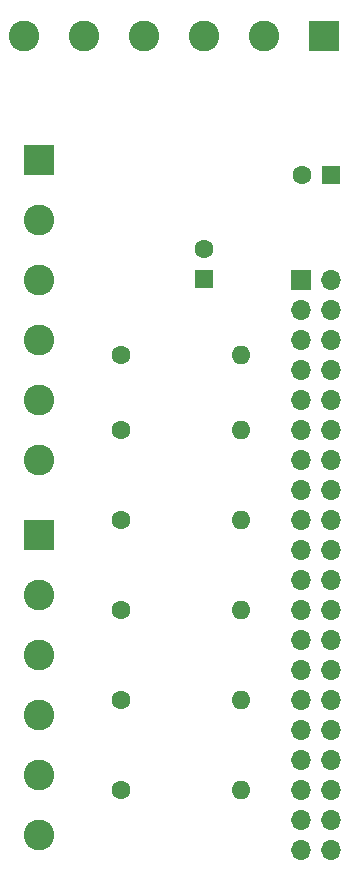
<source format=gbr>
%TF.GenerationSoftware,KiCad,Pcbnew,(6.0.0)*%
%TF.CreationDate,2022-01-13T23:18:41+01:00*%
%TF.ProjectId,pi-1w-shield,70692d31-772d-4736-9869-656c642e6b69,1.0*%
%TF.SameCoordinates,Original*%
%TF.FileFunction,Soldermask,Bot*%
%TF.FilePolarity,Negative*%
%FSLAX46Y46*%
G04 Gerber Fmt 4.6, Leading zero omitted, Abs format (unit mm)*
G04 Created by KiCad (PCBNEW (6.0.0)) date 2022-01-13 23:18:41*
%MOMM*%
%LPD*%
G01*
G04 APERTURE LIST*
%ADD10C,1.600000*%
%ADD11O,1.600000X1.600000*%
%ADD12R,1.600000X1.600000*%
%ADD13R,2.600000X2.600000*%
%ADD14C,2.600000*%
%ADD15R,1.700000X1.700000*%
%ADD16O,1.700000X1.700000*%
G04 APERTURE END LIST*
D10*
%TO.C,R5*%
X156865000Y-100300000D03*
D11*
X167025000Y-100300000D03*
%TD*%
D10*
%TO.C,R2*%
X156865000Y-77440000D03*
D11*
X167025000Y-77440000D03*
%TD*%
D10*
%TO.C,R4*%
X156865000Y-92680000D03*
D11*
X167025000Y-92680000D03*
%TD*%
D10*
%TO.C,R1*%
X156865000Y-71090000D03*
D11*
X167025000Y-71090000D03*
%TD*%
D10*
%TO.C,R6*%
X156865000Y-107920000D03*
D11*
X167025000Y-107920000D03*
%TD*%
D12*
%TO.C,C2*%
X163850000Y-64652380D03*
D10*
X163850000Y-62152380D03*
%TD*%
D12*
%TO.C,C1*%
X174645000Y-55850000D03*
D10*
X172145000Y-55850000D03*
%TD*%
D13*
%TO.C,J2*%
X149860000Y-86360000D03*
D14*
X149860000Y-91440000D03*
X149860000Y-96520000D03*
X149860000Y-101600000D03*
X149860000Y-106680000D03*
X149860000Y-111760000D03*
%TD*%
D13*
%TO.C,J3*%
X149860000Y-54610000D03*
D14*
X149860000Y-59690000D03*
X149860000Y-64770000D03*
X149860000Y-69850000D03*
X149860000Y-74930000D03*
X149860000Y-80010000D03*
%TD*%
D13*
%TO.C,J1*%
X173990000Y-44145000D03*
D14*
X168910000Y-44145000D03*
X163830000Y-44145000D03*
X158750000Y-44145000D03*
X153670000Y-44145000D03*
X148590000Y-44145000D03*
%TD*%
D10*
%TO.C,R3*%
X156865000Y-85060000D03*
D11*
X167025000Y-85060000D03*
%TD*%
D15*
%TO.C,J4*%
X172085000Y-64770000D03*
D16*
X174625000Y-64770000D03*
X172085000Y-67310000D03*
X174625000Y-67310000D03*
X172085000Y-69850000D03*
X174625000Y-69850000D03*
X172085000Y-72390000D03*
X174625000Y-72390000D03*
X172085000Y-74930000D03*
X174625000Y-74930000D03*
X172085000Y-77470000D03*
X174625000Y-77470000D03*
X172085000Y-80010000D03*
X174625000Y-80010000D03*
X172085000Y-82550000D03*
X174625000Y-82550000D03*
X172085000Y-85090000D03*
X174625000Y-85090000D03*
X172085000Y-87630000D03*
X174625000Y-87630000D03*
X172085000Y-90170000D03*
X174625000Y-90170000D03*
X172085000Y-92710000D03*
X174625000Y-92710000D03*
X172085000Y-95250000D03*
X174625000Y-95250000D03*
X172085000Y-97790000D03*
X174625000Y-97790000D03*
X172085000Y-100330000D03*
X174625000Y-100330000D03*
X172085000Y-102870000D03*
X174625000Y-102870000D03*
X172085000Y-105410000D03*
X174625000Y-105410000D03*
X172085000Y-107950000D03*
X174625000Y-107950000D03*
X172085000Y-110490000D03*
X174625000Y-110490000D03*
X172085000Y-113030000D03*
X174625000Y-113030000D03*
%TD*%
M02*

</source>
